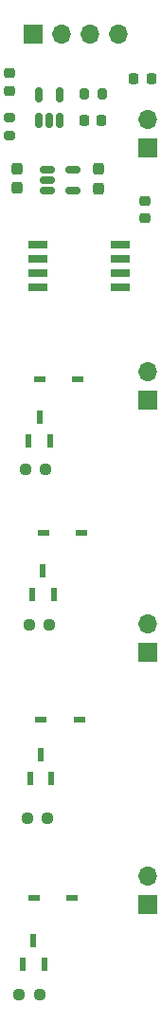
<source format=gbr>
G04 #@! TF.GenerationSoftware,KiCad,Pcbnew,8.0.1*
G04 #@! TF.CreationDate,2025-02-25T21:33:37-07:00*
G04 #@! TF.ProjectId,VibrationBand,56696272-6174-4696-9f6e-42616e642e6b,rev?*
G04 #@! TF.SameCoordinates,Original*
G04 #@! TF.FileFunction,Soldermask,Top*
G04 #@! TF.FilePolarity,Negative*
%FSLAX46Y46*%
G04 Gerber Fmt 4.6, Leading zero omitted, Abs format (unit mm)*
G04 Created by KiCad (PCBNEW 8.0.1) date 2025-02-25 21:33:37*
%MOMM*%
%LPD*%
G01*
G04 APERTURE LIST*
G04 Aperture macros list*
%AMRoundRect*
0 Rectangle with rounded corners*
0 $1 Rounding radius*
0 $2 $3 $4 $5 $6 $7 $8 $9 X,Y pos of 4 corners*
0 Add a 4 corners polygon primitive as box body*
4,1,4,$2,$3,$4,$5,$6,$7,$8,$9,$2,$3,0*
0 Add four circle primitives for the rounded corners*
1,1,$1+$1,$2,$3*
1,1,$1+$1,$4,$5*
1,1,$1+$1,$6,$7*
1,1,$1+$1,$8,$9*
0 Add four rect primitives between the rounded corners*
20,1,$1+$1,$2,$3,$4,$5,0*
20,1,$1+$1,$4,$5,$6,$7,0*
20,1,$1+$1,$6,$7,$8,$9,0*
20,1,$1+$1,$8,$9,$2,$3,0*%
G04 Aperture macros list end*
%ADD10RoundRect,0.237500X0.250000X0.237500X-0.250000X0.237500X-0.250000X-0.237500X0.250000X-0.237500X0*%
%ADD11R,1.111200X0.600800*%
%ADD12R,1.700000X0.650000*%
%ADD13R,1.700000X1.700000*%
%ADD14O,1.700000X1.700000*%
%ADD15RoundRect,0.225000X0.225000X0.250000X-0.225000X0.250000X-0.225000X-0.250000X0.225000X-0.250000X0*%
%ADD16RoundRect,0.200000X-0.200000X-0.275000X0.200000X-0.275000X0.200000X0.275000X-0.200000X0.275000X0*%
%ADD17R,0.558800X1.219200*%
%ADD18RoundRect,0.225000X-0.250000X0.225000X-0.250000X-0.225000X0.250000X-0.225000X0.250000X0.225000X0*%
%ADD19RoundRect,0.225000X0.250000X-0.225000X0.250000X0.225000X-0.250000X0.225000X-0.250000X-0.225000X0*%
%ADD20RoundRect,0.150000X-0.512500X-0.150000X0.512500X-0.150000X0.512500X0.150000X-0.512500X0.150000X0*%
%ADD21RoundRect,0.237500X0.237500X-0.300000X0.237500X0.300000X-0.237500X0.300000X-0.237500X-0.300000X0*%
%ADD22RoundRect,0.150000X0.150000X-0.512500X0.150000X0.512500X-0.150000X0.512500X-0.150000X-0.512500X0*%
%ADD23RoundRect,0.237500X-0.237500X0.300000X-0.237500X-0.300000X0.237500X-0.300000X0.237500X0.300000X0*%
%ADD24RoundRect,0.200000X0.275000X-0.200000X0.275000X0.200000X-0.275000X0.200000X-0.275000X-0.200000X0*%
G04 APERTURE END LIST*
D10*
X109355000Y-135540000D03*
X107530000Y-135540000D03*
X109910000Y-88670000D03*
X108085000Y-88670000D03*
D11*
X113120000Y-94370000D03*
X109670000Y-94370000D03*
D12*
X109235000Y-68610000D03*
X109235000Y-69880000D03*
X109235000Y-71150000D03*
X109235000Y-72420000D03*
X116535000Y-72420000D03*
X116535000Y-71150000D03*
X116535000Y-69880000D03*
X116535000Y-68610000D03*
D13*
X119000000Y-127500000D03*
D14*
X119000000Y-124960000D03*
D15*
X114870000Y-57475000D03*
X113320000Y-57475000D03*
D11*
X112280000Y-126950000D03*
X108830000Y-126950000D03*
X112930000Y-111030000D03*
X109480000Y-111030000D03*
D13*
X108780000Y-49800000D03*
D14*
X111320000Y-49800000D03*
X113860000Y-49800000D03*
X116400000Y-49800000D03*
D16*
X113320000Y-55175000D03*
X114970000Y-55175000D03*
D13*
X119000000Y-105000000D03*
D14*
X119000000Y-102460000D03*
D17*
X107849000Y-132896800D03*
X109754000Y-132896800D03*
X108801500Y-130763200D03*
D18*
X118780000Y-64690000D03*
X118780000Y-66240000D03*
D13*
X119000000Y-60000000D03*
D14*
X119000000Y-57460000D03*
D10*
X110230000Y-102550000D03*
X108405000Y-102550000D03*
D15*
X119330000Y-53740000D03*
X117780000Y-53740000D03*
D19*
X106630000Y-54860000D03*
X106630000Y-53310000D03*
D20*
X110065000Y-61880000D03*
X110065000Y-62830000D03*
X110065000Y-63780000D03*
X112340000Y-63780000D03*
X112340000Y-61880000D03*
D21*
X107335000Y-63557500D03*
X107335000Y-61832500D03*
D17*
X108385000Y-86110000D03*
X110290000Y-86110000D03*
X109337500Y-83976400D03*
D22*
X109270000Y-57475000D03*
X110220000Y-57475000D03*
X111170000Y-57475000D03*
X111170000Y-55200000D03*
X109270000Y-55200000D03*
D17*
X108515000Y-116250000D03*
X110420000Y-116250000D03*
X109467500Y-114116400D03*
D10*
X110070000Y-119810000D03*
X108245000Y-119810000D03*
D23*
X114655000Y-61852500D03*
X114655000Y-63577500D03*
D13*
X119000000Y-82500000D03*
D14*
X119000000Y-79960000D03*
D11*
X112790000Y-80620000D03*
X109340000Y-80620000D03*
D17*
X108699000Y-99826800D03*
X110604000Y-99826800D03*
X109651500Y-97693200D03*
D24*
X106690000Y-58900000D03*
X106690000Y-57250000D03*
M02*

</source>
